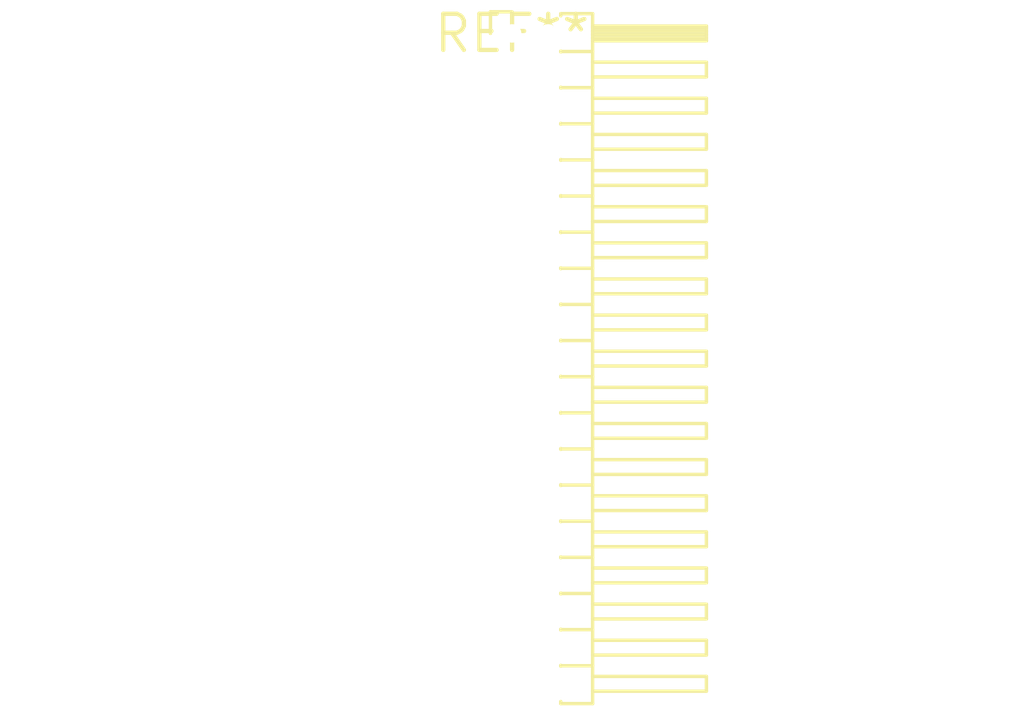
<source format=kicad_pcb>
(kicad_pcb (version 20240108) (generator pcbnew)
  (layers (0 "F.Cu" signal) (31 "B.Cu" signal) (34 "B.Paste" user) (35 "F.Paste" user) (36 "B.SilkS" user "B.Silkscreen") (37 "F.SilkS" user "F.Silkscreen") (38 "B.Mask" user) (39 "F.Mask" user) (44 "Edge.Cuts" user))
  (net 0 "")
  (footprint "PinHeader_2x19_P1.27mm_Horizontal" (layer "F.Cu") (at 0 0)
    (property "Reference" "REF**")
    (property "Value" "PinHeader_2x19_P1.27mm_Horizontal")
    (fp_line (start -0.76 -0.76) (end 0 -0.76) (layer "F.SilkS") (stroke (width 0.12)))
    (fp_line (start -0.76 0) (end -0.76 -0.76) (layer "F.SilkS") (stroke (width 0.12)))
    (fp_line (start 1.71 -0.695) (end 2.83 -0.695) (layer "F.SilkS") (stroke (width 0.12)))
    (fp_line (start 1.71 -0.619677) (end 1.71 -0.695) (layer "F.SilkS") (stroke (width 0.12)))
    (fp_line (start 1.71 0.619677) (end 1.71 0.650323) (layer "F.SilkS") (stroke (width 0.12)))
    (fp_line (start 1.71 0.635) (end 2.83 0.635) (layer "F.SilkS") (stroke (width 0.12)))
    (fp_line (start 1.71 1.889677) (end 1.71 1.920323) (layer "F.SilkS") (stroke (width 0.12)))
    (fp_line (start 1.71 1.905) (end 2.83 1.905) (layer "F.SilkS") (stroke (width 0.12)))
    (fp_line (start 1.71 3.159677) (end 1.71 3.190323) (layer "F.SilkS") (stroke (width 0.12)))
    (fp_line (start 1.71 3.175) (end 2.83 3.175) (layer "F.SilkS") (stroke (width 0.12)))
    (fp_line (start 1.71 4.429677) (end 1.71 4.460323) (layer "F.SilkS") (stroke (width 0.12)))
    (fp_line (start 1.71 4.445) (end 2.83 4.445) (layer "F.SilkS") (stroke (width 0.12)))
    (fp_line (start 1.71 5.699677) (end 1.71 5.730323) (layer "F.SilkS") (stroke (width 0.12)))
    (fp_line (start 1.71 5.715) (end 2.83 5.715) (layer "F.SilkS") (stroke (width 0.12)))
    (fp_line (start 1.71 6.969677) (end 1.71 7.000323) (layer "F.SilkS") (stroke (width 0.12)))
    (fp_line (start 1.71 6.985) (end 2.83 6.985) (layer "F.SilkS") (stroke (width 0.12)))
    (fp_line (start 1.71 8.239677) (end 1.71 8.270323) (layer "F.SilkS") (stroke (width 0.12)))
    (fp_line (start 1.71 8.255) (end 2.83 8.255) (layer "F.SilkS") (stroke (width 0.12)))
    (fp_line (start 1.71 9.509677) (end 1.71 9.540323) (layer "F.SilkS") (stroke (width 0.12)))
    (fp_line (start 1.71 9.525) (end 2.83 9.525) (layer "F.SilkS") (stroke (width 0.12)))
    (fp_line (start 1.71 10.779677) (end 1.71 10.810323) (layer "F.SilkS") (stroke (width 0.12)))
    (fp_line (start 1.71 10.795) (end 2.83 10.795) (layer "F.SilkS") (stroke (width 0.12)))
    (fp_line (start 1.71 12.049677) (end 1.71 12.080323) (layer "F.SilkS") (stroke (width 0.12)))
    (fp_line (start 1.71 12.065) (end 2.83 12.065) (layer "F.SilkS") (stroke (width 0.12)))
    (fp_line (start 1.71 13.319677) (end 1.71 13.350323) (layer "F.SilkS") (stroke (width 0.12)))
    (fp_line (start 1.71 13.335) (end 2.83 13.335) (layer "F.SilkS") (stroke (width 0.12)))
    (fp_line (start 1.71 14.589677) (end 1.71 14.620323) (layer "F.SilkS") (stroke (width 0.12)))
    (fp_line (start 1.71 14.605) (end 2.83 14.605) (layer "F.SilkS") (stroke (width 0.12)))
    (fp_line (start 1.71 15.859677) (end 1.71 15.890323) (layer "F.SilkS") (stroke (width 0.12)))
    (fp_line (start 1.71 15.875) (end 2.83 15.875) (layer "F.SilkS") (stroke (width 0.12)))
    (fp_line (start 1.71 17.129677) (end 1.71 17.160323) (layer "F.SilkS") (stroke (width 0.12)))
    (fp_line (start 1.71 17.145) (end 2.83 17.145) (layer "F.SilkS") (stroke (width 0.12)))
    (fp_line (start 1.71 18.399677) (end 1.71 18.430323) (layer "F.SilkS") (stroke (width 0.12)))
    (fp_line (start 1.71 18.415) (end 2.83 18.415) (layer "F.SilkS") (stroke (width 0.12)))
    (fp_line (start 1.71 19.669677) (end 1.71 19.700323) (layer "F.SilkS") (stroke (width 0.12)))
    (fp_line (start 1.71 19.685) (end 2.83 19.685) (layer "F.SilkS") (stroke (width 0.12)))
    (fp_line (start 1.71 20.939677) (end 1.71 20.970323) (layer "F.SilkS") (stroke (width 0.12)))
    (fp_line (start 1.71 20.955) (end 2.83 20.955) (layer "F.SilkS") (stroke (width 0.12)))
    (fp_line (start 1.71 22.209677) (end 1.71 22.240323) (layer "F.SilkS") (stroke (width 0.12)))
    (fp_line (start 1.71 22.225) (end 2.83 22.225) (layer "F.SilkS") (stroke (width 0.12)))
    (fp_line (start 1.71 23.555) (end 1.71 23.479677) (layer "F.SilkS") (stroke (width 0.12)))
    (fp_line (start 2.83 -0.695) (end 2.83 23.555) (layer "F.SilkS") (stroke (width 0.12)))
    (fp_line (start 2.83 -0.26) (end 6.83 -0.26) (layer "F.SilkS") (stroke (width 0.12)))
    (fp_line (start 2.83 -0.2) (end 6.83 -0.2) (layer "F.SilkS") (stroke (width 0.12)))
    (fp_line (start 2.83 -0.08) (end 6.83 -0.08) (layer "F.SilkS") (stroke (width 0.12)))
    (fp_line (start 2.83 0.04) (end 6.83 0.04) (layer "F.SilkS") (stroke (width 0.12)))
    (fp_line (start 2.83 0.16) (end 6.83 0.16) (layer "F.SilkS") (stroke (width 0.12)))
    (fp_line (start 2.83 1.01) (end 6.83 1.01) (layer "F.SilkS") (stroke (width 0.12)))
    (fp_line (start 2.83 2.28) (end 6.83 2.28) (layer "F.SilkS") (stroke (width 0.12)))
    (fp_line (start 2.83 3.55) (end 6.83 3.55) (layer "F.SilkS") (stroke (width 0.12)))
    (fp_line (start 2.83 4.82) (end 6.83 4.82) (layer "F.SilkS") (stroke (width 0.12)))
    (fp_line (start 2.83 6.09) (end 6.83 6.09) (layer "F.SilkS") (stroke (width 0.12)))
    (fp_line (start 2.83 7.36) (end 6.83 7.36) (layer "F.SilkS") (stroke (width 0.12)))
    (fp_line (start 2.83 8.63) (end 6.83 8.63) (layer "F.SilkS") (stroke (width 0.12)))
    (fp_line (start 2.83 9.9) (end 6.83 9.9) (layer "F.SilkS") (stroke (width 0.12)))
    (fp_line (start 2.83 11.17) (end 6.83 11.17) (layer "F.SilkS") (stroke (width 0.12)))
    (fp_line (start 2.83 12.44) (end 6.83 12.44) (layer "F.SilkS") (stroke (width 0.12)))
    (fp_line (start 2.83 13.71) (end 6.83 13.71) (layer "F.SilkS") (stroke (width 0.12)))
    (fp_line (start 2.83 14.98) (end 6.83 14.98) (layer "F.SilkS") (stroke (width 0.12)))
    (fp_line (start 2.83 16.25) (end 6.83 16.25) (layer "F.SilkS") (stroke (width 0.12)))
    (fp_line (start 2.83 17.52) (end 6.83 17.52) (layer "F.SilkS") (stroke (width 0.12)))
    (fp_line (start 2.83 18.79) (end 6.83 18.79) (layer "F.SilkS") (stroke (width 0.12)))
    (fp_line (start 2.83 20.06) (end 6.83 20.06) (layer "F.SilkS") (stroke (width 0.12)))
    (fp_line (start 2.83 21.33) (end 6.83 21.33) (layer "F.SilkS") (stroke (width 0.12)))
    (fp_line (start 2.83 22.6) (end 6.83 22.6) (layer "F.SilkS") (stroke (width 0.12)))
    (fp_line (start 2.83 23.555) (end 1.71 23.555) (layer "F.SilkS") (stroke (width 0.12)))
    (fp_line (start 6.83 -0.26) (end 6.83 0.26) (layer "F.SilkS") (stroke (width 0.12)))
    (fp_line (start 6.83 0.26) (end 2.83 0.26) (layer "F.SilkS") (stroke (width 0.12)))
    (fp_line (start 6.83 1.01) (end 6.83 1.53) (layer "F.SilkS") (stroke (width 0.12)))
    (fp_line (start 6.83 1.53) (end 2.83 1.53) (layer "F.SilkS") (stroke (width 0.12)))
    (fp_line (start 6.83 2.28) (end 6.83 2.8) (layer "F.SilkS") (stroke (width 0.12)))
    (fp_line (start 6.83 2.8) (end 2.83 2.8) (layer "F.SilkS") (stroke (width 0.12)))
    (fp_line (start 6.83 3.55) (end 6.83 4.07) (layer "F.SilkS") (stroke (width 0.12)))
    (fp_line (start 6.83 4.07) (end 2.83 4.07) (layer "F.SilkS") (stroke (width 0.12)))
    (fp_line (start 6.83 4.82) (end 6.83 5.34) (layer "F.SilkS") (stroke (width 0.12)))
    (fp_line (start 6.83 5.34) (end 2.83 5.34) (layer "F.SilkS") (stroke (width 0.12)))
    (fp_line (start 6.83 6.09) (end 6.83 6.61) (layer "F.SilkS") (stroke (width 0.12)))
    (fp_line (start 6.83 6.61) (end 2.83 6.61) (layer "F.SilkS") (stroke (width 0.12)))
    (fp_line (start 6.83 7.36) (end 6.83 7.88) (layer "F.SilkS") (stroke (width 0.12)))
    (fp_line (start 6.83 7.88) (end 2.83 7.88) (layer "F.SilkS") (stroke (width 0.12)))
    (fp_line (start 6.83 8.63) (end 6.83 9.15) (layer "F.SilkS") (stroke (width 0.12)))
    (fp_line (start 6.83 9.15) (end 2.83 9.15) (layer "F.SilkS") (stroke (width 0.12)))
    (fp_line (start 6.83 9.9) (end 6.83 10.42) (layer "F.SilkS") (stroke (width 0.12)))
    (fp_line (start 6.83 10.42) (end 2.83 10.42) (layer "F.SilkS") (stroke (width 0.12)))
    (fp_line (start 6.83 11.17) (end 6.83 11.69) (layer "F.SilkS") (stroke (width 0.12)))
    (fp_line (start 6.83 11.69) (end 2.83 11.69) (layer "F.SilkS") (stroke (width 0.12)))
    (fp_line (start 6.83 12.44) (end 6.83 12.96) (layer "F.SilkS") (stroke (width 0.12)))
    (fp_line (start 6.83 12.96) (end 2.83 12.96) (layer "F.SilkS") (stroke (width 0.12)))
    (fp_line (start 6.83 13.71) (end 6.83 14.23) (layer "F.SilkS") (stroke (width 0.12)))
    (fp_line (start 6.83 14.23) (end 2.83 14.23) (layer "F.SilkS") (stroke (width 0.12)))
    (fp_line (start 6.83 14.98) (end 6.83 15.5) (layer "F.SilkS") (stroke (width 0.12)))
    (fp_line (start 6.83 15.5) (end 2.83 15.5) (layer "F.SilkS") (stroke (width 0.12)))
    (fp_line (start 6.83 16.25) (end 6.83 16.77) (layer "F.SilkS") (stroke (width 0.12)))
    (fp_line (start 6.83 16.77) (end 2.83 16.77) (layer "F.SilkS") (stroke (width 0.12)))
    (fp_line (start 6.83 17.52) (end 6.83 18.04) (layer "F.SilkS") (stroke (width 0.12)))
    (fp_line (start 6.83 18.04) (end 2.83 18.04) (layer "F.SilkS") (stroke (width 0.12)))
    (fp_line (start 6.83 18.79) (end 6.83 19.31) (layer "F.SilkS") (stroke (width 0.12)))
    (fp_line (start 6.83 19.31) (end 2.83 19.31) (layer "F.SilkS") (stroke (width 0.12)))
    (fp_line (start 6.83 20.06) (end 6.83 20.58) (layer "F.SilkS") (stroke (width 0.12)))
    (fp_line (start 6.83 20.58) (end 2.83 20.58) (layer "F.SilkS") (stroke (width 0.12)))
    (fp_line (start 6.83 21.33) (end 6.83 21.85) (layer "F.SilkS") (stroke (width 0.12)))
    (fp_line (start 6.83 21.85) (end 2.83 21.85) (layer "F.SilkS") (stroke (width 0.12)))
    (fp_line (start 6.83 22.6) (end 6.83 23.12) (layer "F.SilkS") (stroke (width 0.12)))
    (fp_line (start 6.83 23.12) (end 2.83 23.12) (layer "F.SilkS") (stroke (width 0.12)))
    (pad "1" thru_hole rect (at 0 0) (size 1 1) (drill 0.65) (layers *.Cu *.Mask) (remove_unused_layers))
    (pad "2" thru_hole oval (at 1.27 0) (size 1 1) (drill 0.65) (layers *.Cu *.Mask) (remove_unused_layers))
    (pad "3" thru_hole oval (at 0 1.27) (size 1 1) (drill 0.65) (layers *.Cu *.Mask) (remove_unused_layers))
    (pad "4" thru_hole oval (at 1.27 1.27) (size 1 1) (drill 0.65) (layers *.Cu *.Mask) (remove_unused_layers))
    (pad "5" thru_hole oval (at 0 2.54) (size 1 1) (drill 0.65) (layers *.Cu *.Mask) (remove_unused_layers))
    (pad "6" thru_hole oval (at 1.27 2.54) (size 1 1) (drill 0.65) (layers *.Cu *.Mask) (remove_unused_layers))
    (pad "7" thru_hole oval (at 0 3.81) (size 1 1) (drill 0.65) (layers *.Cu *.Mask) (remove_unused_layers))
    (pad "8" thru_hole oval (at 1.27 3.81) (size 1 1) (drill 0.65) (layers *.Cu *.Mask) (remove_unused_layers))
    (pad "9" thru_hole oval (at 0 5.08) (size 1 1) (drill 0.65) (layers *.Cu *.Mask) (remove_unused_layers))
    (pad "10" thru_hole oval (at 1.27 5.08) (size 1 1) (drill 0.65) (layers *.Cu *.Mask) (remove_unused_layers))
    (pad "11" thru_hole oval (at 0 6.35) (size 1 1) (drill 0.65) (layers *.Cu *.Mask) (remove_unused_layers))
    (pad "12" thru_hole oval (at 1.27 6.35) (size 1 1) (drill 0.65) (layers *.Cu *.Mask) (remove_unused_layers))
    (pad "13" thru_hole oval (at 0 7.62) (size 1 1) (drill 0.65) (layers *.Cu *.Mask) (remove_unused_layers))
    (pad "14" thru_hole oval (at 1.27 7.62) (size 1 1) (drill 0.65) (layers *.Cu *.Mask) (remove_unused_layers))
    (pad "15" thru_hole oval (at 0 8.89) (size 1 1) (drill 0.65) (layers *.Cu *.Mask) (remove_unused_layers))
    (pad "16" thru_hole oval (at 1.27 8.89) (size 1 1) (drill 0.65) (layers *.Cu *.Mask) (remove_unused_layers))
    (pad "17" thru_hole oval (at 0 10.16) (size 1 1) (drill 0.65) (layers *.Cu *.Mask) (remove_unused_layers))
    (pad "18" thru_hole oval (at 1.27 10.16) (size 1 1) (drill 0.65) (layers *.Cu *.Mask) (remove_unused_layers))
    (pad "19" thru_hole oval (at 0 11.43) (size 1 1) (drill 0.65) (layers *.Cu *.Mask) (remove_unused_layers))
    (pad "20" thru_hole oval (at 1.27 11.43) (size 1 1) (drill 0.65) (layers *.Cu *.Mask) (remove_unused_layers))
    (pad "21" thru_hole oval (at 0 12.7) (size 1 1) (drill 0.65) (layers *.Cu *.Mask) (remove_unused_layers))
    (pad "22" thru_hole oval (at 1.27 12.7) (size 1 1) (drill 0.65) (layers *.Cu *.Mask) (remove_unused_layers))
    (pad "23" thru_hole oval (at 0 13.97) (size 1 1) (drill 0.65) (layers *.Cu *.Mask) (remove_unused_layers))
    (pad "24" thru_hole oval (at 1.27 13.97) (size 1 1) (drill 0.65) (layers *.Cu *.Mask) (remove_unused_layers))
    (pad "25" thru_hole oval (at 0 15.24) (size 1 1) (drill 0.65) (layers *.Cu *.Mask) (remove_unused_layers))
    (pad "26" thru_hole oval (at 1.27 15.24) (size 1 1) (drill 0.65) (layers *.Cu *.Mask) (remove_unused_layers))
    (pad "27" thru_hole oval (at 0 16.51) (size 1 1) (drill 0.65) (layers *.Cu *.Mask) (remove_unused_layers))
    (pad "28" thru_hole oval (at 1.27 16.51) (size 1 1) (drill 0.65) (layers *.Cu *.Mask) (remove_unused_layers))
    (pad "29" thru_hole oval (at 0 17.78) (size 1 1) (drill 0.65) (layers *.Cu *.Mask) (remove_unused_layers))
    (pad "30" thru_hole oval (at 1.27 17.78) (size 1 1) (drill 0.65) (layers *.Cu *.Mask) (remove_unused_layers))
    (pad "31" thru_hole oval (at 0 19.05) (size 1 1) (drill 0.65) (layers *.Cu *.Mask) (remove_unused_layers))
    (pad "32" thru_hole oval (at 1.27 19.05) (size 1 1) (drill 0.65) (layers *.Cu *.Mask) (remove_unused_layers))
    (pad "33" thru_hole oval (at 0 20.32) (size 1 1) (drill 0.65) (layers *.Cu *.Mask) (remove_unused_layers))
    (pad "34" thru_hole oval (at 1.27 20.32) (size 1 1) (drill 0.65) (layers *.Cu *.Mask) (remove_unused_layers))
    (pad "35" thru_hole oval (at 0 21.59) (size 1 1) (drill 0.65) (layers *.Cu *.Mask) (remove_unused_layers))
    (pad "36" thru_hole oval (at 1.27 21.59) (size 1 1) (drill 0.65) (layers *.Cu *.Mask) (remove_unused_layers))
    (pad "37" thru_hole oval (at 0 22.86) (size 1 1) (drill 0.65) (layers *.Cu *.Mask) (remove_unused_layers))
    (pad "38" thru_hole oval (at 1.27 22.86) (size 1 1) (drill 0.65) (layers *.Cu *.Mask) (remove_unused_layers))
  )
)
</source>
